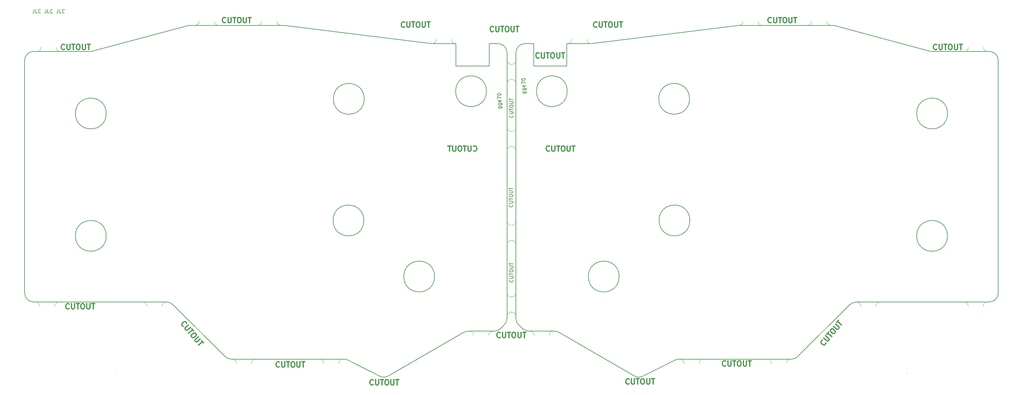
<source format=gbr>
G04 #@! TF.GenerationSoftware,KiCad,Pcbnew,(5.99.0-8557-g8988e46ab1)*
G04 #@! TF.CreationDate,2021-01-24T23:32:50-07:00*
G04 #@! TF.ProjectId,Panel,50616e65-6c2e-46b6-9963-61645f706362,rev?*
G04 #@! TF.SameCoordinates,PX85099e0PY51bada0*
G04 #@! TF.FileFunction,Other,Comment*
%FSLAX46Y46*%
G04 Gerber Fmt 4.6, Leading zero omitted, Abs format (unit mm)*
G04 Created by KiCad (PCBNEW (5.99.0-8557-g8988e46ab1)) date 2021-01-24 23:32:50*
%MOMM*%
%LPD*%
G01*
G04 APERTURE LIST*
%ADD10C,0.150000*%
%ADD11C,0.100000*%
%ADD12C,0.300000*%
%ADD13C,0.200000*%
%ADD14C,0.120000*%
G04 APERTURE END LIST*
D10*
X-101822728Y-41279566D02*
G75*
G03*
X-103585048Y-40552764I-1762320J-1773198D01*
G01*
X-2279695Y-48730005D02*
G75*
G02*
X-3975068Y-48067316I0J2500000D01*
G01*
X128896706Y-38052764D02*
G75*
G02*
X126396706Y-40552764I-2500000J0D01*
G01*
X-70644404Y36728564D02*
G75*
G03*
X-70949379Y36747236I-304975J-2481328D01*
G01*
D11*
X-117673819Y-60530213D02*
X-117524699Y-60540213D01*
D10*
X-928294Y31647236D02*
X-3417770Y31647236D01*
X126807703Y29413221D02*
X110396706Y29447236D01*
X-8417770Y29147236D02*
G75*
G03*
X-10917770Y31647236I-2500000J0D01*
G01*
X82596701Y36747236D02*
X56613839Y36747237D01*
X72851000Y-55825961D02*
X87487188Y-41279566D01*
X39603752Y-56552763D02*
X71088681Y-56552763D01*
X-12055844Y-48730005D02*
X-19221030Y-48730005D01*
X-29148778Y31647236D02*
X-22657246Y31647236D01*
X-70644404Y36728565D02*
X-29453753Y31665907D01*
X6135490Y-49064941D02*
X27201017Y-61227128D01*
X-143232246Y-38052764D02*
G75*
G03*
X-140732246Y-40552764I2500000J0D01*
G01*
X128896706Y-38052764D02*
X128896706Y26947236D01*
X110102532Y29476365D02*
G75*
G03*
X110396706Y29447236I294174J1470871D01*
G01*
X-928294Y25347236D02*
X-928294Y31647236D01*
X-22657246Y25347236D02*
X-13407246Y25347236D01*
X126807703Y29413221D02*
G75*
G02*
X128896706Y26947236I-410997J-2465985D01*
G01*
X-5113143Y-47017161D02*
X-3975068Y-48067315D01*
X72851000Y-55825961D02*
G75*
G02*
X71088681Y-56552763I-1762319J1773198D01*
G01*
X-143232246Y-38052764D02*
X-143232246Y26947236D01*
X-53939292Y-56552763D02*
X-85424221Y-56552763D01*
X-87186540Y-55825961D02*
X-101822728Y-41279566D01*
X-5917770Y-45179851D02*
X-5917770Y29147236D01*
X-141143243Y29413221D02*
X-124643243Y29413221D01*
X110102532Y29476365D02*
X83007699Y36713220D01*
X-43909221Y-61295812D02*
X-52816627Y-56819016D01*
X8321706Y25347236D02*
X-928294Y25347236D01*
X-5917770Y29147236D02*
G75*
G02*
X-3417770Y31647236I2500000J0D01*
G01*
X-96932242Y36747236D02*
G75*
G03*
X-97343239Y36713221I0J-2500000D01*
G01*
D11*
X103338279Y-60530213D02*
X103189159Y-60540213D01*
D10*
X29573681Y-61295812D02*
X38481087Y-56819016D01*
X-9222397Y-47017162D02*
G75*
G03*
X-8417770Y-45179851I-1695373J1837311D01*
G01*
X-2279696Y-48730005D02*
X4885490Y-48730005D01*
X-20471030Y-49064941D02*
X-41536557Y-61227128D01*
X56308864Y36728565D02*
X15118213Y31665907D01*
X-9222397Y-47017161D02*
X-10360472Y-48067315D01*
X-22657246Y31647236D02*
X-22657246Y25347236D01*
X-5113143Y-47017162D02*
G75*
G02*
X-5917770Y-45179851I1695373J1837311D01*
G01*
X-13407246Y31647236D02*
X-10917770Y31647236D01*
X-8417770Y-45179851D02*
X-8417770Y29147236D01*
X-13407246Y25347236D02*
X-13407246Y31647236D01*
X-19221030Y-48730005D02*
G75*
G03*
X-20471030Y-49064941I-1J-2500000D01*
G01*
X-124000123Y29591355D02*
G75*
G02*
X-124643243Y29413221I-643120J1071867D01*
G01*
X-43909221Y-61295812D02*
G75*
G03*
X-41536557Y-61227128I1122664J2233747D01*
G01*
X-141143243Y29413221D02*
G75*
G03*
X-143232246Y26947236I410997J-2465985D01*
G01*
X8321706Y31647236D02*
X8321706Y25347236D01*
X82596702Y36747236D02*
G75*
G02*
X83007699Y36713221I0J-2500000D01*
G01*
X14813238Y31647236D02*
X8321706Y31647236D01*
X38481087Y-56819017D02*
G75*
G02*
X39603752Y-56552763I1122665J-2233747D01*
G01*
X-87186540Y-55825961D02*
G75*
G03*
X-85424221Y-56552763I1762319J1773198D01*
G01*
X-52816627Y-56819017D02*
G75*
G03*
X-53939292Y-56552763I-1122665J-2233747D01*
G01*
X4885490Y-48730005D02*
G75*
G02*
X6135490Y-49064941I1J-2500000D01*
G01*
X-96932241Y36747236D02*
X-70949379Y36747237D01*
X-12055845Y-48730005D02*
G75*
G03*
X-10360472Y-48067316I0J2500000D01*
G01*
X-124000123Y29591355D02*
X-97343239Y36713221D01*
X87487188Y-41279566D02*
G75*
G02*
X89249508Y-40552764I1762320J-1773198D01*
G01*
X-103585048Y-40552764D02*
X-140732246Y-40552764D01*
X89249508Y-40552764D02*
X126396706Y-40552764D01*
X56308864Y36728564D02*
G75*
G02*
X56613839Y36747236I304975J-2481328D01*
G01*
X29573681Y-61295812D02*
G75*
G02*
X27201017Y-61227128I-1122664J2233747D01*
G01*
D12*
X80702685Y-52023857D02*
X80711489Y-52124488D01*
X80628466Y-52334554D01*
X80536639Y-52443989D01*
X80344182Y-52562228D01*
X80142920Y-52579836D01*
X79987572Y-52542726D01*
X79722788Y-52413790D01*
X79558636Y-52276050D01*
X79385680Y-52037679D01*
X79322158Y-51891135D01*
X79304550Y-51689873D01*
X79387573Y-51479807D01*
X79479400Y-51370372D01*
X79671857Y-51252133D01*
X79772488Y-51243329D01*
X80076274Y-50659045D02*
X81006471Y-51439573D01*
X81161819Y-51476682D01*
X81262450Y-51467878D01*
X81408994Y-51404357D01*
X81592648Y-51185487D01*
X81629757Y-51030139D01*
X81620953Y-50929508D01*
X81557431Y-50782964D01*
X80627235Y-50002436D01*
X80948628Y-49619414D02*
X81499589Y-48962804D01*
X82373175Y-50255290D02*
X81224109Y-49291109D01*
X82004637Y-48360912D02*
X82188290Y-48142042D01*
X82334834Y-48078521D01*
X82536096Y-48060913D01*
X82800879Y-48189849D01*
X83183902Y-48511242D01*
X83356858Y-48749614D01*
X83374466Y-48950875D01*
X83337357Y-49106224D01*
X83153703Y-49325093D01*
X83007159Y-49388615D01*
X82805897Y-49406223D01*
X82541114Y-49277287D01*
X82158092Y-48955893D01*
X81985135Y-48717522D01*
X81967527Y-48516260D01*
X82004637Y-48360912D01*
X82831078Y-47375998D02*
X83761275Y-48156526D01*
X83916623Y-48193635D01*
X84017254Y-48184831D01*
X84163798Y-48121309D01*
X84347452Y-47902439D01*
X84384561Y-47747091D01*
X84375757Y-47646460D01*
X84312235Y-47499916D01*
X83382039Y-46719388D01*
X83703432Y-46336366D02*
X84254393Y-45679756D01*
X85127980Y-46972243D02*
X83978913Y-46008061D01*
X16707909Y36360271D02*
X16636481Y36288843D01*
X16422195Y36217414D01*
X16279338Y36217414D01*
X16065052Y36288843D01*
X15922195Y36431700D01*
X15850766Y36574557D01*
X15779338Y36860271D01*
X15779338Y37074557D01*
X15850766Y37360271D01*
X15922195Y37503128D01*
X16065052Y37645985D01*
X16279338Y37717414D01*
X16422195Y37717414D01*
X16636481Y37645985D01*
X16707909Y37574557D01*
X17350766Y37717414D02*
X17350766Y36503128D01*
X17422195Y36360271D01*
X17493624Y36288843D01*
X17636481Y36217414D01*
X17922195Y36217414D01*
X18065052Y36288843D01*
X18136481Y36360271D01*
X18207909Y36503128D01*
X18207909Y37717414D01*
X18707909Y37717414D02*
X19565052Y37717414D01*
X19136481Y36217414D02*
X19136481Y37717414D01*
X20350766Y37717414D02*
X20636481Y37717414D01*
X20779338Y37645985D01*
X20922195Y37503128D01*
X20993624Y37217414D01*
X20993624Y36717414D01*
X20922195Y36431700D01*
X20779338Y36288843D01*
X20636481Y36217414D01*
X20350766Y36217414D01*
X20207909Y36288843D01*
X20065052Y36431700D01*
X19993624Y36717414D01*
X19993624Y37217414D01*
X20065052Y37503128D01*
X20207909Y37645985D01*
X20350766Y37717414D01*
X21636481Y37717414D02*
X21636481Y36503128D01*
X21707909Y36360271D01*
X21779338Y36288843D01*
X21922195Y36217414D01*
X22207909Y36217414D01*
X22350766Y36288843D01*
X22422195Y36360271D01*
X22493624Y36503128D01*
X22493624Y37717414D01*
X22993624Y37717414D02*
X23850766Y37717414D01*
X23422195Y36217414D02*
X23422195Y37717414D01*
X-17796532Y1711522D02*
X-17725104Y1640094D01*
X-17510818Y1568665D01*
X-17367961Y1568665D01*
X-17153675Y1640094D01*
X-17010818Y1782951D01*
X-16939389Y1925808D01*
X-16867961Y2211522D01*
X-16867961Y2425808D01*
X-16939389Y2711522D01*
X-17010818Y2854379D01*
X-17153675Y2997236D01*
X-17367961Y3068665D01*
X-17510818Y3068665D01*
X-17725104Y2997236D01*
X-17796532Y2925808D01*
X-18439389Y3068665D02*
X-18439389Y1854379D01*
X-18510818Y1711522D01*
X-18582246Y1640094D01*
X-18725104Y1568665D01*
X-19010818Y1568665D01*
X-19153675Y1640094D01*
X-19225104Y1711522D01*
X-19296532Y1854379D01*
X-19296532Y3068665D01*
X-19796532Y3068665D02*
X-20653675Y3068665D01*
X-20225104Y1568665D02*
X-20225104Y3068665D01*
X-21439389Y3068665D02*
X-21725104Y3068665D01*
X-21867961Y2997236D01*
X-22010818Y2854379D01*
X-22082246Y2568665D01*
X-22082246Y2068665D01*
X-22010818Y1782951D01*
X-21867961Y1640094D01*
X-21725104Y1568665D01*
X-21439389Y1568665D01*
X-21296532Y1640094D01*
X-21153675Y1782951D01*
X-21082246Y2068665D01*
X-21082246Y2568665D01*
X-21153675Y2854379D01*
X-21296532Y2997236D01*
X-21439389Y3068665D01*
X-22725104Y3068665D02*
X-22725104Y1854379D01*
X-22796532Y1711522D01*
X-22867961Y1640094D01*
X-23010818Y1568665D01*
X-23296532Y1568665D01*
X-23439389Y1640094D01*
X-23510818Y1711522D01*
X-23582246Y1854379D01*
X-23582246Y3068665D01*
X-24082246Y3068665D02*
X-24939389Y3068665D01*
X-24510818Y1568665D02*
X-24510818Y3068665D01*
X52707909Y-58389729D02*
X52636481Y-58461157D01*
X52422195Y-58532586D01*
X52279338Y-58532586D01*
X52065052Y-58461157D01*
X51922195Y-58318300D01*
X51850766Y-58175443D01*
X51779338Y-57889729D01*
X51779338Y-57675443D01*
X51850766Y-57389729D01*
X51922195Y-57246872D01*
X52065052Y-57104015D01*
X52279338Y-57032586D01*
X52422195Y-57032586D01*
X52636481Y-57104015D01*
X52707909Y-57175443D01*
X53350766Y-57032586D02*
X53350766Y-58246872D01*
X53422195Y-58389729D01*
X53493624Y-58461157D01*
X53636481Y-58532586D01*
X53922195Y-58532586D01*
X54065052Y-58461157D01*
X54136481Y-58389729D01*
X54207909Y-58246872D01*
X54207909Y-57032586D01*
X54707909Y-57032586D02*
X55565052Y-57032586D01*
X55136481Y-58532586D02*
X55136481Y-57032586D01*
X56350766Y-57032586D02*
X56636481Y-57032586D01*
X56779338Y-57104015D01*
X56922195Y-57246872D01*
X56993624Y-57532586D01*
X56993624Y-58032586D01*
X56922195Y-58318300D01*
X56779338Y-58461157D01*
X56636481Y-58532586D01*
X56350766Y-58532586D01*
X56207909Y-58461157D01*
X56065052Y-58318300D01*
X55993624Y-58032586D01*
X55993624Y-57532586D01*
X56065052Y-57246872D01*
X56207909Y-57104015D01*
X56350766Y-57032586D01*
X57636481Y-57032586D02*
X57636481Y-58246872D01*
X57707909Y-58389729D01*
X57779338Y-58461157D01*
X57922195Y-58532586D01*
X58207909Y-58532586D01*
X58350766Y-58461157D01*
X58422195Y-58389729D01*
X58493624Y-58246872D01*
X58493624Y-57032586D01*
X58993624Y-57032586D02*
X59850766Y-57032586D01*
X59422195Y-58532586D02*
X59422195Y-57032586D01*
X-10292091Y-50389729D02*
X-10363519Y-50461157D01*
X-10577805Y-50532586D01*
X-10720662Y-50532586D01*
X-10934948Y-50461157D01*
X-11077805Y-50318300D01*
X-11149234Y-50175443D01*
X-11220662Y-49889729D01*
X-11220662Y-49675443D01*
X-11149234Y-49389729D01*
X-11077805Y-49246872D01*
X-10934948Y-49104015D01*
X-10720662Y-49032586D01*
X-10577805Y-49032586D01*
X-10363519Y-49104015D01*
X-10292091Y-49175443D01*
X-9649234Y-49032586D02*
X-9649234Y-50246872D01*
X-9577805Y-50389729D01*
X-9506376Y-50461157D01*
X-9363519Y-50532586D01*
X-9077805Y-50532586D01*
X-8934948Y-50461157D01*
X-8863519Y-50389729D01*
X-8792091Y-50246872D01*
X-8792091Y-49032586D01*
X-8292091Y-49032586D02*
X-7434948Y-49032586D01*
X-7863519Y-50532586D02*
X-7863519Y-49032586D01*
X-6649234Y-49032586D02*
X-6363519Y-49032586D01*
X-6220662Y-49104015D01*
X-6077805Y-49246872D01*
X-6006376Y-49532586D01*
X-6006376Y-50032586D01*
X-6077805Y-50318300D01*
X-6220662Y-50461157D01*
X-6363519Y-50532586D01*
X-6649234Y-50532586D01*
X-6792091Y-50461157D01*
X-6934948Y-50318300D01*
X-7006376Y-50032586D01*
X-7006376Y-49532586D01*
X-6934948Y-49246872D01*
X-6792091Y-49104015D01*
X-6649234Y-49032586D01*
X-5363519Y-49032586D02*
X-5363519Y-50246872D01*
X-5292091Y-50389729D01*
X-5220662Y-50461157D01*
X-5077805Y-50532586D01*
X-4792091Y-50532586D01*
X-4649234Y-50461157D01*
X-4577805Y-50389729D01*
X-4506376Y-50246872D01*
X-4506376Y-49032586D01*
X-4006376Y-49032586D02*
X-3149234Y-49032586D01*
X-3577805Y-50532586D02*
X-3577805Y-49032586D01*
X560991Y27761522D02*
X489563Y27690094D01*
X275277Y27618665D01*
X132420Y27618665D01*
X-81866Y27690094D01*
X-224723Y27832951D01*
X-296152Y27975808D01*
X-367580Y28261522D01*
X-367580Y28475808D01*
X-296152Y28761522D01*
X-224723Y28904379D01*
X-81866Y29047236D01*
X132420Y29118665D01*
X275277Y29118665D01*
X489563Y29047236D01*
X560991Y28975808D01*
X1203848Y29118665D02*
X1203848Y27904379D01*
X1275277Y27761522D01*
X1346706Y27690094D01*
X1489563Y27618665D01*
X1775277Y27618665D01*
X1918134Y27690094D01*
X1989563Y27761522D01*
X2060991Y27904379D01*
X2060991Y29118665D01*
X2560991Y29118665D02*
X3418134Y29118665D01*
X2989563Y27618665D02*
X2989563Y29118665D01*
X4203848Y29118665D02*
X4489563Y29118665D01*
X4632420Y29047236D01*
X4775277Y28904379D01*
X4846706Y28618665D01*
X4846706Y28118665D01*
X4775277Y27832951D01*
X4632420Y27690094D01*
X4489563Y27618665D01*
X4203848Y27618665D01*
X4060991Y27690094D01*
X3918134Y27832951D01*
X3846706Y28118665D01*
X3846706Y28618665D01*
X3918134Y28904379D01*
X4060991Y29047236D01*
X4203848Y29118665D01*
X5489563Y29118665D02*
X5489563Y27904379D01*
X5560991Y27761522D01*
X5632420Y27690094D01*
X5775277Y27618665D01*
X6060991Y27618665D01*
X6203848Y27690094D01*
X6275277Y27761522D01*
X6346706Y27904379D01*
X6346706Y29118665D01*
X6846706Y29118665D02*
X7703848Y29118665D01*
X7275277Y27618665D02*
X7275277Y29118665D01*
D13*
X-6899234Y-13377824D02*
X-6851615Y-13425443D01*
X-6803996Y-13568300D01*
X-6803996Y-13663538D01*
X-6851615Y-13806395D01*
X-6946853Y-13901634D01*
X-7042091Y-13949253D01*
X-7232567Y-13996872D01*
X-7375424Y-13996872D01*
X-7565900Y-13949253D01*
X-7661138Y-13901634D01*
X-7756376Y-13806395D01*
X-7803996Y-13663538D01*
X-7803996Y-13568300D01*
X-7756376Y-13425443D01*
X-7708757Y-13377824D01*
X-7803996Y-12949253D02*
X-6994472Y-12949253D01*
X-6899234Y-12901634D01*
X-6851615Y-12854015D01*
X-6803996Y-12758776D01*
X-6803996Y-12568300D01*
X-6851615Y-12473062D01*
X-6899234Y-12425443D01*
X-6994472Y-12377824D01*
X-7803996Y-12377824D01*
X-7803996Y-12044491D02*
X-7803996Y-11473062D01*
X-6803996Y-11758776D02*
X-7803996Y-11758776D01*
X-7803996Y-10949253D02*
X-7803996Y-10758776D01*
X-7756376Y-10663538D01*
X-7661138Y-10568300D01*
X-7470662Y-10520681D01*
X-7137329Y-10520681D01*
X-6946853Y-10568300D01*
X-6851615Y-10663538D01*
X-6803996Y-10758776D01*
X-6803996Y-10949253D01*
X-6851615Y-11044491D01*
X-6946853Y-11139729D01*
X-7137329Y-11187348D01*
X-7470662Y-11187348D01*
X-7661138Y-11139729D01*
X-7756376Y-11044491D01*
X-7803996Y-10949253D01*
X-7803996Y-10092110D02*
X-6994472Y-10092110D01*
X-6899234Y-10044491D01*
X-6851615Y-9996872D01*
X-6803996Y-9901634D01*
X-6803996Y-9711157D01*
X-6851615Y-9615919D01*
X-6899234Y-9568300D01*
X-6994472Y-9520681D01*
X-7803996Y-9520681D01*
X-7803996Y-9187348D02*
X-7803996Y-8615919D01*
X-6803996Y-8901634D02*
X-7803996Y-8901634D01*
D12*
X25707909Y-63389729D02*
X25636481Y-63461157D01*
X25422195Y-63532586D01*
X25279338Y-63532586D01*
X25065052Y-63461157D01*
X24922195Y-63318300D01*
X24850766Y-63175443D01*
X24779338Y-62889729D01*
X24779338Y-62675443D01*
X24850766Y-62389729D01*
X24922195Y-62246872D01*
X25065052Y-62104015D01*
X25279338Y-62032586D01*
X25422195Y-62032586D01*
X25636481Y-62104015D01*
X25707909Y-62175443D01*
X26350766Y-62032586D02*
X26350766Y-63246872D01*
X26422195Y-63389729D01*
X26493624Y-63461157D01*
X26636481Y-63532586D01*
X26922195Y-63532586D01*
X27065052Y-63461157D01*
X27136481Y-63389729D01*
X27207909Y-63246872D01*
X27207909Y-62032586D01*
X27707909Y-62032586D02*
X28565052Y-62032586D01*
X28136481Y-63532586D02*
X28136481Y-62032586D01*
X29350766Y-62032586D02*
X29636481Y-62032586D01*
X29779338Y-62104015D01*
X29922195Y-62246872D01*
X29993624Y-62532586D01*
X29993624Y-63032586D01*
X29922195Y-63318300D01*
X29779338Y-63461157D01*
X29636481Y-63532586D01*
X29350766Y-63532586D01*
X29207909Y-63461157D01*
X29065052Y-63318300D01*
X28993624Y-63032586D01*
X28993624Y-62532586D01*
X29065052Y-62246872D01*
X29207909Y-62104015D01*
X29350766Y-62032586D01*
X30636481Y-62032586D02*
X30636481Y-63246872D01*
X30707909Y-63389729D01*
X30779338Y-63461157D01*
X30922195Y-63532586D01*
X31207909Y-63532586D01*
X31350766Y-63461157D01*
X31422195Y-63389729D01*
X31493624Y-63246872D01*
X31493624Y-62032586D01*
X31993624Y-62032586D02*
X32850766Y-62032586D01*
X32422195Y-63532586D02*
X32422195Y-62032586D01*
X-132042091Y30110271D02*
X-132113519Y30038843D01*
X-132327805Y29967414D01*
X-132470662Y29967414D01*
X-132684948Y30038843D01*
X-132827805Y30181700D01*
X-132899234Y30324557D01*
X-132970662Y30610271D01*
X-132970662Y30824557D01*
X-132899234Y31110271D01*
X-132827805Y31253128D01*
X-132684948Y31395985D01*
X-132470662Y31467414D01*
X-132327805Y31467414D01*
X-132113519Y31395985D01*
X-132042091Y31324557D01*
X-131399234Y31467414D02*
X-131399234Y30253128D01*
X-131327805Y30110271D01*
X-131256376Y30038843D01*
X-131113519Y29967414D01*
X-130827805Y29967414D01*
X-130684948Y30038843D01*
X-130613519Y30110271D01*
X-130542091Y30253128D01*
X-130542091Y31467414D01*
X-130042091Y31467414D02*
X-129184948Y31467414D01*
X-129613519Y29967414D02*
X-129613519Y31467414D01*
X-128399234Y31467414D02*
X-128113519Y31467414D01*
X-127970662Y31395985D01*
X-127827805Y31253128D01*
X-127756376Y30967414D01*
X-127756376Y30467414D01*
X-127827805Y30181700D01*
X-127970662Y30038843D01*
X-128113519Y29967414D01*
X-128399234Y29967414D01*
X-128542091Y30038843D01*
X-128684948Y30181700D01*
X-128756376Y30467414D01*
X-128756376Y30967414D01*
X-128684948Y31253128D01*
X-128542091Y31395985D01*
X-128399234Y31467414D01*
X-127113519Y31467414D02*
X-127113519Y30253128D01*
X-127042091Y30110271D01*
X-126970662Y30038843D01*
X-126827805Y29967414D01*
X-126542091Y29967414D01*
X-126399234Y30038843D01*
X-126327805Y30110271D01*
X-126256377Y30253128D01*
X-126256377Y31467414D01*
X-125756377Y31467414D02*
X-124899234Y31467414D01*
X-125327805Y29967414D02*
X-125327805Y31467414D01*
D13*
X-6793392Y11622176D02*
X-6745773Y11574557D01*
X-6698154Y11431700D01*
X-6698154Y11336462D01*
X-6745773Y11193605D01*
X-6841011Y11098366D01*
X-6936249Y11050747D01*
X-7126725Y11003128D01*
X-7269582Y11003128D01*
X-7460058Y11050747D01*
X-7555296Y11098366D01*
X-7650534Y11193605D01*
X-7698154Y11336462D01*
X-7698154Y11431700D01*
X-7650534Y11574557D01*
X-7602915Y11622176D01*
X-7698154Y12050747D02*
X-6888630Y12050747D01*
X-6793392Y12098366D01*
X-6745773Y12145985D01*
X-6698154Y12241224D01*
X-6698154Y12431700D01*
X-6745773Y12526938D01*
X-6793392Y12574557D01*
X-6888630Y12622176D01*
X-7698154Y12622176D01*
X-7698154Y12955509D02*
X-7698154Y13526938D01*
X-6698154Y13241224D02*
X-7698154Y13241224D01*
X-7698154Y14050747D02*
X-7698154Y14241224D01*
X-7650534Y14336462D01*
X-7555296Y14431700D01*
X-7364820Y14479319D01*
X-7031487Y14479319D01*
X-6841011Y14431700D01*
X-6745773Y14336462D01*
X-6698154Y14241224D01*
X-6698154Y14050747D01*
X-6745773Y13955509D01*
X-6841011Y13860271D01*
X-7031487Y13812652D01*
X-7364820Y13812652D01*
X-7555296Y13860271D01*
X-7650534Y13955509D01*
X-7698154Y14050747D01*
X-7698154Y14907890D02*
X-6888630Y14907890D01*
X-6793392Y14955509D01*
X-6745773Y15003128D01*
X-6698154Y15098366D01*
X-6698154Y15288843D01*
X-6745773Y15384081D01*
X-6793392Y15431700D01*
X-6888630Y15479319D01*
X-7698154Y15479319D01*
X-7698154Y15812652D02*
X-7698154Y16384081D01*
X-6698154Y16098366D02*
X-7698154Y16098366D01*
X-6793392Y-34377824D02*
X-6745773Y-34425443D01*
X-6698154Y-34568300D01*
X-6698154Y-34663538D01*
X-6745773Y-34806395D01*
X-6841011Y-34901634D01*
X-6936249Y-34949253D01*
X-7126725Y-34996872D01*
X-7269582Y-34996872D01*
X-7460058Y-34949253D01*
X-7555296Y-34901634D01*
X-7650534Y-34806395D01*
X-7698154Y-34663538D01*
X-7698154Y-34568300D01*
X-7650534Y-34425443D01*
X-7602915Y-34377824D01*
X-7698154Y-33949253D02*
X-6888630Y-33949253D01*
X-6793392Y-33901634D01*
X-6745773Y-33854015D01*
X-6698154Y-33758776D01*
X-6698154Y-33568300D01*
X-6745773Y-33473062D01*
X-6793392Y-33425443D01*
X-6888630Y-33377824D01*
X-7698154Y-33377824D01*
X-7698154Y-33044491D02*
X-7698154Y-32473062D01*
X-6698154Y-32758776D02*
X-7698154Y-32758776D01*
X-7698154Y-31949253D02*
X-7698154Y-31758776D01*
X-7650534Y-31663538D01*
X-7555296Y-31568300D01*
X-7364820Y-31520681D01*
X-7031487Y-31520681D01*
X-6841011Y-31568300D01*
X-6745773Y-31663538D01*
X-6698154Y-31758776D01*
X-6698154Y-31949253D01*
X-6745773Y-32044491D01*
X-6841011Y-32139729D01*
X-7031487Y-32187348D01*
X-7364820Y-32187348D01*
X-7555296Y-32139729D01*
X-7650534Y-32044491D01*
X-7698154Y-31949253D01*
X-7698154Y-31092110D02*
X-6888630Y-31092110D01*
X-6793392Y-31044491D01*
X-6745773Y-30996872D01*
X-6698154Y-30901634D01*
X-6698154Y-30711157D01*
X-6745773Y-30615919D01*
X-6793392Y-30568300D01*
X-6888630Y-30520681D01*
X-7698154Y-30520681D01*
X-7698154Y-30187348D02*
X-7698154Y-29615919D01*
X-6698154Y-29901634D02*
X-7698154Y-29901634D01*
D12*
X-98868077Y-47372873D02*
X-98968708Y-47364069D01*
X-99161166Y-47245830D01*
X-99252992Y-47136395D01*
X-99336015Y-46926329D01*
X-99318407Y-46725067D01*
X-99254885Y-46578523D01*
X-99081929Y-46340152D01*
X-98917777Y-46202412D01*
X-98652993Y-46073476D01*
X-98497645Y-46036366D01*
X-98296383Y-46053975D01*
X-98103926Y-46172214D01*
X-98012099Y-46281648D01*
X-97929076Y-46491714D01*
X-97937880Y-46592345D01*
X-97415225Y-46992975D02*
X-98345421Y-47773503D01*
X-98408943Y-47920048D01*
X-98417747Y-48020678D01*
X-98380638Y-48176027D01*
X-98196984Y-48394897D01*
X-98050440Y-48458418D01*
X-97949809Y-48467222D01*
X-97794461Y-48430113D01*
X-96864264Y-47649585D01*
X-96542870Y-48032607D02*
X-95991909Y-48689217D01*
X-97416456Y-49325093D02*
X-96267390Y-48360912D01*
X-95486862Y-49291109D02*
X-95303208Y-49509979D01*
X-95266099Y-49665327D01*
X-95283707Y-49866589D01*
X-95456663Y-50104960D01*
X-95839686Y-50426354D01*
X-96104469Y-50555290D01*
X-96305731Y-50537682D01*
X-96452275Y-50474160D01*
X-96635928Y-50255290D01*
X-96673038Y-50099942D01*
X-96655430Y-49898680D01*
X-96482473Y-49660309D01*
X-96099451Y-49338915D01*
X-95834668Y-49209979D01*
X-95633406Y-49227587D01*
X-95486862Y-49291109D01*
X-94660421Y-50276023D02*
X-95590617Y-51056551D01*
X-95654139Y-51203095D01*
X-95662943Y-51303726D01*
X-95625834Y-51459074D01*
X-95442180Y-51677944D01*
X-95295636Y-51741466D01*
X-95195005Y-51750270D01*
X-95039657Y-51713160D01*
X-94109460Y-50932633D01*
X-93788066Y-51315655D02*
X-93237105Y-51972264D01*
X-94661652Y-52608141D02*
X-93512586Y-51643960D01*
X111707909Y30110271D02*
X111636481Y30038843D01*
X111422195Y29967414D01*
X111279338Y29967414D01*
X111065052Y30038843D01*
X110922195Y30181700D01*
X110850766Y30324557D01*
X110779338Y30610271D01*
X110779338Y30824557D01*
X110850766Y31110271D01*
X110922195Y31253128D01*
X111065052Y31395985D01*
X111279338Y31467414D01*
X111422195Y31467414D01*
X111636481Y31395985D01*
X111707909Y31324557D01*
X112350766Y31467414D02*
X112350766Y30253128D01*
X112422195Y30110271D01*
X112493624Y30038843D01*
X112636481Y29967414D01*
X112922195Y29967414D01*
X113065052Y30038843D01*
X113136481Y30110271D01*
X113207909Y30253128D01*
X113207909Y31467414D01*
X113707909Y31467414D02*
X114565052Y31467414D01*
X114136481Y29967414D02*
X114136481Y31467414D01*
X115350766Y31467414D02*
X115636481Y31467414D01*
X115779338Y31395985D01*
X115922195Y31253128D01*
X115993624Y30967414D01*
X115993624Y30467414D01*
X115922195Y30181700D01*
X115779338Y30038843D01*
X115636481Y29967414D01*
X115350766Y29967414D01*
X115207909Y30038843D01*
X115065052Y30181700D01*
X114993624Y30467414D01*
X114993624Y30967414D01*
X115065052Y31253128D01*
X115207909Y31395985D01*
X115350766Y31467414D01*
X116636481Y31467414D02*
X116636481Y30253128D01*
X116707909Y30110271D01*
X116779338Y30038843D01*
X116922195Y29967414D01*
X117207909Y29967414D01*
X117350766Y30038843D01*
X117422195Y30110271D01*
X117493624Y30253128D01*
X117493624Y31467414D01*
X117993624Y31467414D02*
X118850766Y31467414D01*
X118422195Y29967414D02*
X118422195Y31467414D01*
X-37042091Y36360271D02*
X-37113519Y36288843D01*
X-37327805Y36217414D01*
X-37470662Y36217414D01*
X-37684948Y36288843D01*
X-37827805Y36431700D01*
X-37899234Y36574557D01*
X-37970662Y36860271D01*
X-37970662Y37074557D01*
X-37899234Y37360271D01*
X-37827805Y37503128D01*
X-37684948Y37645985D01*
X-37470662Y37717414D01*
X-37327805Y37717414D01*
X-37113519Y37645985D01*
X-37042091Y37574557D01*
X-36399234Y37717414D02*
X-36399234Y36503128D01*
X-36327805Y36360271D01*
X-36256376Y36288843D01*
X-36113519Y36217414D01*
X-35827805Y36217414D01*
X-35684948Y36288843D01*
X-35613519Y36360271D01*
X-35542091Y36503128D01*
X-35542091Y37717414D01*
X-35042091Y37717414D02*
X-34184948Y37717414D01*
X-34613519Y36217414D02*
X-34613519Y37717414D01*
X-33399234Y37717414D02*
X-33113519Y37717414D01*
X-32970662Y37645985D01*
X-32827805Y37503128D01*
X-32756376Y37217414D01*
X-32756376Y36717414D01*
X-32827805Y36431700D01*
X-32970662Y36288843D01*
X-33113519Y36217414D01*
X-33399234Y36217414D01*
X-33542091Y36288843D01*
X-33684948Y36431700D01*
X-33756376Y36717414D01*
X-33756376Y37217414D01*
X-33684948Y37503128D01*
X-33542091Y37645985D01*
X-33399234Y37717414D01*
X-32113519Y37717414D02*
X-32113519Y36503128D01*
X-32042091Y36360271D01*
X-31970662Y36288843D01*
X-31827805Y36217414D01*
X-31542091Y36217414D01*
X-31399234Y36288843D01*
X-31327805Y36360271D01*
X-31256376Y36503128D01*
X-31256376Y37717414D01*
X-30756376Y37717414D02*
X-29899234Y37717414D01*
X-30327805Y36217414D02*
X-30327805Y37717414D01*
X-45792091Y-63639729D02*
X-45863519Y-63711157D01*
X-46077805Y-63782586D01*
X-46220662Y-63782586D01*
X-46434948Y-63711157D01*
X-46577805Y-63568300D01*
X-46649234Y-63425443D01*
X-46720662Y-63139729D01*
X-46720662Y-62925443D01*
X-46649234Y-62639729D01*
X-46577805Y-62496872D01*
X-46434948Y-62354015D01*
X-46220662Y-62282586D01*
X-46077805Y-62282586D01*
X-45863519Y-62354015D01*
X-45792091Y-62425443D01*
X-45149234Y-62282586D02*
X-45149234Y-63496872D01*
X-45077805Y-63639729D01*
X-45006376Y-63711157D01*
X-44863519Y-63782586D01*
X-44577805Y-63782586D01*
X-44434948Y-63711157D01*
X-44363519Y-63639729D01*
X-44292091Y-63496872D01*
X-44292091Y-62282586D01*
X-43792091Y-62282586D02*
X-42934948Y-62282586D01*
X-43363519Y-63782586D02*
X-43363519Y-62282586D01*
X-42149234Y-62282586D02*
X-41863519Y-62282586D01*
X-41720662Y-62354015D01*
X-41577805Y-62496872D01*
X-41506376Y-62782586D01*
X-41506376Y-63282586D01*
X-41577805Y-63568300D01*
X-41720662Y-63711157D01*
X-41863519Y-63782586D01*
X-42149234Y-63782586D01*
X-42292091Y-63711157D01*
X-42434948Y-63568300D01*
X-42506376Y-63282586D01*
X-42506376Y-62782586D01*
X-42434948Y-62496872D01*
X-42292091Y-62354015D01*
X-42149234Y-62282586D01*
X-40863519Y-62282586D02*
X-40863519Y-63496872D01*
X-40792091Y-63639729D01*
X-40720662Y-63711157D01*
X-40577805Y-63782586D01*
X-40292091Y-63782586D01*
X-40149234Y-63711157D01*
X-40077805Y-63639729D01*
X-40006376Y-63496872D01*
X-40006376Y-62282586D01*
X-39506376Y-62282586D02*
X-38649234Y-62282586D01*
X-39077805Y-63782586D02*
X-39077805Y-62282586D01*
D10*
X-140601614Y41193605D02*
X-140601614Y40479319D01*
X-140649233Y40336462D01*
X-140744471Y40241224D01*
X-140887328Y40193605D01*
X-140982566Y40193605D01*
X-139649233Y40193605D02*
X-140125423Y40193605D01*
X-140125423Y41193605D01*
X-138744472Y40288843D02*
X-138792091Y40241224D01*
X-138934948Y40193605D01*
X-139030186Y40193605D01*
X-139173043Y40241224D01*
X-139268281Y40336462D01*
X-139315900Y40431700D01*
X-139363519Y40622176D01*
X-139363519Y40765033D01*
X-139315900Y40955509D01*
X-139268281Y41050747D01*
X-139173043Y41145985D01*
X-139030186Y41193605D01*
X-138934948Y41193605D01*
X-138792091Y41145985D01*
X-138744472Y41098366D01*
X-137268281Y41193605D02*
X-137268281Y40479319D01*
X-137315900Y40336462D01*
X-137411138Y40241224D01*
X-137553996Y40193605D01*
X-137649234Y40193605D01*
X-136315900Y40193605D02*
X-136792091Y40193605D01*
X-136792091Y41193605D01*
X-135411138Y40288843D02*
X-135458757Y40241224D01*
X-135601615Y40193605D01*
X-135696853Y40193605D01*
X-135839710Y40241224D01*
X-135934948Y40336462D01*
X-135982567Y40431700D01*
X-136030186Y40622176D01*
X-136030186Y40765033D01*
X-135982567Y40955509D01*
X-135934948Y41050747D01*
X-135839710Y41145985D01*
X-135696853Y41193605D01*
X-135601615Y41193605D01*
X-135458757Y41145985D01*
X-135411138Y41098366D01*
X-133934948Y41193605D02*
X-133934948Y40479319D01*
X-133982567Y40336462D01*
X-134077805Y40241224D01*
X-134220662Y40193605D01*
X-134315900Y40193605D01*
X-132982567Y40193605D02*
X-133458757Y40193605D01*
X-133458757Y41193605D01*
X-132077805Y40288843D02*
X-132125424Y40241224D01*
X-132268281Y40193605D01*
X-132363519Y40193605D01*
X-132506376Y40241224D01*
X-132601615Y40336462D01*
X-132649234Y40431700D01*
X-132696853Y40622176D01*
X-132696853Y40765033D01*
X-132649234Y40955509D01*
X-132601615Y41050747D01*
X-132506376Y41145985D01*
X-132363519Y41193605D01*
X-132268281Y41193605D01*
X-132125424Y41145985D01*
X-132077805Y41098366D01*
D12*
X-12185718Y35110271D02*
X-12257146Y35038843D01*
X-12471432Y34967414D01*
X-12614289Y34967414D01*
X-12828575Y35038843D01*
X-12971432Y35181700D01*
X-13042861Y35324557D01*
X-13114289Y35610271D01*
X-13114289Y35824557D01*
X-13042861Y36110271D01*
X-12971432Y36253128D01*
X-12828575Y36395985D01*
X-12614289Y36467414D01*
X-12471432Y36467414D01*
X-12257146Y36395985D01*
X-12185718Y36324557D01*
X-11542861Y36467414D02*
X-11542861Y35253128D01*
X-11471432Y35110271D01*
X-11400003Y35038843D01*
X-11257146Y34967414D01*
X-10971432Y34967414D01*
X-10828575Y35038843D01*
X-10757146Y35110271D01*
X-10685718Y35253128D01*
X-10685718Y36467414D01*
X-10185718Y36467414D02*
X-9328575Y36467414D01*
X-9757146Y34967414D02*
X-9757146Y36467414D01*
X-8542861Y36467414D02*
X-8257146Y36467414D01*
X-8114289Y36395985D01*
X-7971432Y36253128D01*
X-7900003Y35967414D01*
X-7900003Y35467414D01*
X-7971432Y35181700D01*
X-8114289Y35038843D01*
X-8257146Y34967414D01*
X-8542861Y34967414D01*
X-8685718Y35038843D01*
X-8828575Y35181700D01*
X-8900003Y35467414D01*
X-8900003Y35967414D01*
X-8828575Y36253128D01*
X-8685718Y36395985D01*
X-8542861Y36467414D01*
X-7257146Y36467414D02*
X-7257146Y35253128D01*
X-7185718Y35110271D01*
X-7114289Y35038843D01*
X-6971432Y34967414D01*
X-6685718Y34967414D01*
X-6542861Y35038843D01*
X-6471432Y35110271D01*
X-6400003Y35253128D01*
X-6400003Y36467414D01*
X-5900003Y36467414D02*
X-5042861Y36467414D01*
X-5471432Y34967414D02*
X-5471432Y36467414D01*
X65457909Y37610271D02*
X65386481Y37538843D01*
X65172195Y37467414D01*
X65029338Y37467414D01*
X64815052Y37538843D01*
X64672195Y37681700D01*
X64600766Y37824557D01*
X64529338Y38110271D01*
X64529338Y38324557D01*
X64600766Y38610271D01*
X64672195Y38753128D01*
X64815052Y38895985D01*
X65029338Y38967414D01*
X65172195Y38967414D01*
X65386481Y38895985D01*
X65457909Y38824557D01*
X66100766Y38967414D02*
X66100766Y37753128D01*
X66172195Y37610271D01*
X66243624Y37538843D01*
X66386481Y37467414D01*
X66672195Y37467414D01*
X66815052Y37538843D01*
X66886481Y37610271D01*
X66957909Y37753128D01*
X66957909Y38967414D01*
X67457909Y38967414D02*
X68315052Y38967414D01*
X67886481Y37467414D02*
X67886481Y38967414D01*
X69100766Y38967414D02*
X69386481Y38967414D01*
X69529338Y38895985D01*
X69672195Y38753128D01*
X69743624Y38467414D01*
X69743624Y37967414D01*
X69672195Y37681700D01*
X69529338Y37538843D01*
X69386481Y37467414D01*
X69100766Y37467414D01*
X68957909Y37538843D01*
X68815052Y37681700D01*
X68743624Y37967414D01*
X68743624Y38467414D01*
X68815052Y38753128D01*
X68957909Y38895985D01*
X69100766Y38967414D01*
X70386481Y38967414D02*
X70386481Y37753128D01*
X70457909Y37610271D01*
X70529338Y37538843D01*
X70672195Y37467414D01*
X70957909Y37467414D01*
X71100766Y37538843D01*
X71172195Y37610271D01*
X71243624Y37753128D01*
X71243624Y38967414D01*
X71743624Y38967414D02*
X72600766Y38967414D01*
X72172195Y37467414D02*
X72172195Y38967414D01*
X-87042091Y37610271D02*
X-87113519Y37538843D01*
X-87327805Y37467414D01*
X-87470662Y37467414D01*
X-87684948Y37538843D01*
X-87827805Y37681700D01*
X-87899234Y37824557D01*
X-87970662Y38110271D01*
X-87970662Y38324557D01*
X-87899234Y38610271D01*
X-87827805Y38753128D01*
X-87684948Y38895985D01*
X-87470662Y38967414D01*
X-87327805Y38967414D01*
X-87113519Y38895985D01*
X-87042091Y38824557D01*
X-86399234Y38967414D02*
X-86399234Y37753128D01*
X-86327805Y37610271D01*
X-86256376Y37538843D01*
X-86113519Y37467414D01*
X-85827805Y37467414D01*
X-85684948Y37538843D01*
X-85613519Y37610271D01*
X-85542091Y37753128D01*
X-85542091Y38967414D01*
X-85042091Y38967414D02*
X-84184948Y38967414D01*
X-84613519Y37467414D02*
X-84613519Y38967414D01*
X-83399234Y38967414D02*
X-83113519Y38967414D01*
X-82970662Y38895985D01*
X-82827805Y38753128D01*
X-82756376Y38467414D01*
X-82756376Y37967414D01*
X-82827805Y37681700D01*
X-82970662Y37538843D01*
X-83113519Y37467414D01*
X-83399234Y37467414D01*
X-83542091Y37538843D01*
X-83684948Y37681700D01*
X-83756376Y37967414D01*
X-83756376Y38467414D01*
X-83684948Y38753128D01*
X-83542091Y38895985D01*
X-83399234Y38967414D01*
X-82113519Y38967414D02*
X-82113519Y37753128D01*
X-82042091Y37610271D01*
X-81970662Y37538843D01*
X-81827805Y37467414D01*
X-81542091Y37467414D01*
X-81399234Y37538843D01*
X-81327805Y37610271D01*
X-81256376Y37753128D01*
X-81256376Y38967414D01*
X-80756376Y38967414D02*
X-79899234Y38967414D01*
X-80327805Y37467414D02*
X-80327805Y38967414D01*
X3460991Y1711522D02*
X3389563Y1640094D01*
X3175277Y1568665D01*
X3032420Y1568665D01*
X2818134Y1640094D01*
X2675277Y1782951D01*
X2603848Y1925808D01*
X2532420Y2211522D01*
X2532420Y2425808D01*
X2603848Y2711522D01*
X2675277Y2854379D01*
X2818134Y2997236D01*
X3032420Y3068665D01*
X3175277Y3068665D01*
X3389563Y2997236D01*
X3460991Y2925808D01*
X4103848Y3068665D02*
X4103848Y1854379D01*
X4175277Y1711522D01*
X4246706Y1640094D01*
X4389563Y1568665D01*
X4675277Y1568665D01*
X4818134Y1640094D01*
X4889563Y1711522D01*
X4960991Y1854379D01*
X4960991Y3068665D01*
X5460991Y3068665D02*
X6318134Y3068665D01*
X5889563Y1568665D02*
X5889563Y3068665D01*
X7103848Y3068665D02*
X7389563Y3068665D01*
X7532420Y2997236D01*
X7675277Y2854379D01*
X7746706Y2568665D01*
X7746706Y2068665D01*
X7675277Y1782951D01*
X7532420Y1640094D01*
X7389563Y1568665D01*
X7103848Y1568665D01*
X6960991Y1640094D01*
X6818134Y1782951D01*
X6746706Y2068665D01*
X6746706Y2568665D01*
X6818134Y2854379D01*
X6960991Y2997236D01*
X7103848Y3068665D01*
X8389563Y3068665D02*
X8389563Y1854379D01*
X8460991Y1711522D01*
X8532420Y1640094D01*
X8675277Y1568665D01*
X8960991Y1568665D01*
X9103848Y1640094D01*
X9175277Y1711522D01*
X9246706Y1854379D01*
X9246706Y3068665D01*
X9746706Y3068665D02*
X10603848Y3068665D01*
X10175277Y1568665D02*
X10175277Y3068665D01*
X-72042091Y-58639729D02*
X-72113519Y-58711157D01*
X-72327805Y-58782586D01*
X-72470662Y-58782586D01*
X-72684948Y-58711157D01*
X-72827805Y-58568300D01*
X-72899234Y-58425443D01*
X-72970662Y-58139729D01*
X-72970662Y-57925443D01*
X-72899234Y-57639729D01*
X-72827805Y-57496872D01*
X-72684948Y-57354015D01*
X-72470662Y-57282586D01*
X-72327805Y-57282586D01*
X-72113519Y-57354015D01*
X-72042091Y-57425443D01*
X-71399234Y-57282586D02*
X-71399234Y-58496872D01*
X-71327805Y-58639729D01*
X-71256376Y-58711157D01*
X-71113519Y-58782586D01*
X-70827805Y-58782586D01*
X-70684948Y-58711157D01*
X-70613519Y-58639729D01*
X-70542091Y-58496872D01*
X-70542091Y-57282586D01*
X-70042091Y-57282586D02*
X-69184948Y-57282586D01*
X-69613519Y-58782586D02*
X-69613519Y-57282586D01*
X-68399234Y-57282586D02*
X-68113519Y-57282586D01*
X-67970662Y-57354015D01*
X-67827805Y-57496872D01*
X-67756376Y-57782586D01*
X-67756376Y-58282586D01*
X-67827805Y-58568300D01*
X-67970662Y-58711157D01*
X-68113519Y-58782586D01*
X-68399234Y-58782586D01*
X-68542091Y-58711157D01*
X-68684948Y-58568300D01*
X-68756376Y-58282586D01*
X-68756376Y-57782586D01*
X-68684948Y-57496872D01*
X-68542091Y-57354015D01*
X-68399234Y-57282586D01*
X-67113519Y-57282586D02*
X-67113519Y-58496872D01*
X-67042091Y-58639729D01*
X-66970662Y-58711157D01*
X-66827805Y-58782586D01*
X-66542091Y-58782586D01*
X-66399234Y-58711157D01*
X-66327805Y-58639729D01*
X-66256376Y-58496872D01*
X-66256376Y-57282586D01*
X-65756376Y-57282586D02*
X-64899234Y-57282586D01*
X-65327805Y-58782586D02*
X-65327805Y-57282586D01*
X-130792091Y-42389729D02*
X-130863519Y-42461157D01*
X-131077805Y-42532586D01*
X-131220662Y-42532586D01*
X-131434948Y-42461157D01*
X-131577805Y-42318300D01*
X-131649234Y-42175443D01*
X-131720662Y-41889729D01*
X-131720662Y-41675443D01*
X-131649234Y-41389729D01*
X-131577805Y-41246872D01*
X-131434948Y-41104015D01*
X-131220662Y-41032586D01*
X-131077805Y-41032586D01*
X-130863519Y-41104015D01*
X-130792091Y-41175443D01*
X-130149234Y-41032586D02*
X-130149234Y-42246872D01*
X-130077805Y-42389729D01*
X-130006376Y-42461157D01*
X-129863519Y-42532586D01*
X-129577805Y-42532586D01*
X-129434948Y-42461157D01*
X-129363519Y-42389729D01*
X-129292091Y-42246872D01*
X-129292091Y-41032586D01*
X-128792091Y-41032586D02*
X-127934948Y-41032586D01*
X-128363519Y-42532586D02*
X-128363519Y-41032586D01*
X-127149234Y-41032586D02*
X-126863519Y-41032586D01*
X-126720662Y-41104015D01*
X-126577805Y-41246872D01*
X-126506376Y-41532586D01*
X-126506376Y-42032586D01*
X-126577805Y-42318300D01*
X-126720662Y-42461157D01*
X-126863519Y-42532586D01*
X-127149234Y-42532586D01*
X-127292091Y-42461157D01*
X-127434948Y-42318300D01*
X-127506376Y-42032586D01*
X-127506376Y-41532586D01*
X-127434948Y-41246872D01*
X-127292091Y-41104015D01*
X-127149234Y-41032586D01*
X-125863519Y-41032586D02*
X-125863519Y-42246872D01*
X-125792091Y-42389729D01*
X-125720662Y-42461157D01*
X-125577805Y-42532586D01*
X-125292091Y-42532586D01*
X-125149234Y-42461157D01*
X-125077805Y-42389729D01*
X-125006377Y-42246872D01*
X-125006377Y-41032586D01*
X-124506377Y-41032586D02*
X-123649234Y-41032586D01*
X-124077805Y-42532586D02*
X-124077805Y-41032586D01*
D10*
X-3992580Y18228189D02*
X-3183056Y18228189D01*
X-3087818Y18180570D01*
X-3040199Y18132951D01*
X-2992580Y18037713D01*
X-2992580Y17894856D01*
X-3040199Y17799617D01*
X-3373533Y18228189D02*
X-3325914Y18132951D01*
X-3325914Y17942475D01*
X-3373533Y17847236D01*
X-3421152Y17799617D01*
X-3516390Y17751998D01*
X-3802104Y17751998D01*
X-3897342Y17799617D01*
X-3944961Y17847236D01*
X-3992580Y17942475D01*
X-3992580Y18132951D01*
X-3944961Y18228189D01*
X-3992580Y19132951D02*
X-3183056Y19132951D01*
X-3087818Y19085332D01*
X-3040199Y19037713D01*
X-2992580Y18942475D01*
X-2992580Y18799617D01*
X-3040199Y18704379D01*
X-3373533Y19132951D02*
X-3325914Y19037713D01*
X-3325914Y18847236D01*
X-3373533Y18751998D01*
X-3421152Y18704379D01*
X-3516390Y18656760D01*
X-3802104Y18656760D01*
X-3897342Y18704379D01*
X-3944961Y18751998D01*
X-3992580Y18847236D01*
X-3992580Y19037713D01*
X-3944961Y19132951D01*
X-3373533Y19990094D02*
X-3325914Y19894856D01*
X-3325914Y19704379D01*
X-3373533Y19609141D01*
X-3468771Y19561522D01*
X-3849723Y19561522D01*
X-3944961Y19609141D01*
X-3992580Y19704379D01*
X-3992580Y19894856D01*
X-3944961Y19990094D01*
X-3849723Y20037713D01*
X-3754485Y20037713D01*
X-3659247Y19561522D01*
X-4325914Y20371046D02*
X-4325914Y21037713D01*
X-3325914Y20609141D01*
X-4325914Y21609141D02*
X-4325914Y21704379D01*
X-4278294Y21799617D01*
X-4230675Y21847236D01*
X-4135437Y21894856D01*
X-3944961Y21942475D01*
X-3706866Y21942475D01*
X-3516390Y21894856D01*
X-3421152Y21847236D01*
X-3373533Y21799617D01*
X-3325914Y21704379D01*
X-3325914Y21609141D01*
X-3373533Y21513903D01*
X-3421152Y21466284D01*
X-3516390Y21418665D01*
X-3706866Y21371046D01*
X-3944961Y21371046D01*
X-4135437Y21418665D01*
X-4230675Y21466284D01*
X-4278294Y21513903D01*
X-4325914Y21609141D01*
X-10771532Y14028189D02*
X-9962008Y14028189D01*
X-9866770Y13980570D01*
X-9819151Y13932951D01*
X-9771532Y13837713D01*
X-9771532Y13694856D01*
X-9819151Y13599617D01*
X-10152485Y14028189D02*
X-10104866Y13932951D01*
X-10104866Y13742475D01*
X-10152485Y13647236D01*
X-10200104Y13599617D01*
X-10295342Y13551998D01*
X-10581056Y13551998D01*
X-10676294Y13599617D01*
X-10723913Y13647236D01*
X-10771532Y13742475D01*
X-10771532Y13932951D01*
X-10723913Y14028189D01*
X-10771532Y14932951D02*
X-9962008Y14932951D01*
X-9866770Y14885332D01*
X-9819151Y14837713D01*
X-9771532Y14742475D01*
X-9771532Y14599617D01*
X-9819151Y14504379D01*
X-10152485Y14932951D02*
X-10104866Y14837713D01*
X-10104866Y14647236D01*
X-10152485Y14551998D01*
X-10200104Y14504379D01*
X-10295342Y14456760D01*
X-10581056Y14456760D01*
X-10676294Y14504379D01*
X-10723913Y14551998D01*
X-10771532Y14647236D01*
X-10771532Y14837713D01*
X-10723913Y14932951D01*
X-10152485Y15790094D02*
X-10104866Y15694856D01*
X-10104866Y15504379D01*
X-10152485Y15409141D01*
X-10247723Y15361522D01*
X-10628675Y15361522D01*
X-10723913Y15409141D01*
X-10771532Y15504379D01*
X-10771532Y15694856D01*
X-10723913Y15790094D01*
X-10628675Y15837713D01*
X-10533437Y15837713D01*
X-10438199Y15361522D01*
X-11104866Y16171046D02*
X-11104866Y16837713D01*
X-10104866Y16409141D01*
X-11104866Y17409141D02*
X-11104866Y17504379D01*
X-11057246Y17599617D01*
X-11009627Y17647236D01*
X-10914389Y17694856D01*
X-10723913Y17742475D01*
X-10485818Y17742475D01*
X-10295342Y17694856D01*
X-10200104Y17647236D01*
X-10152485Y17599617D01*
X-10104866Y17504379D01*
X-10104866Y17409141D01*
X-10152485Y17313903D01*
X-10200104Y17266284D01*
X-10295342Y17218665D01*
X-10485818Y17171046D01*
X-10723913Y17171046D01*
X-10914389Y17218665D01*
X-11009627Y17266284D01*
X-11057246Y17313903D01*
X-11104866Y17409141D01*
D14*
X-76932242Y37997236D02*
G75*
G02*
X-78182242Y36747236I-1250000J0D01*
G01*
X-71496321Y36730000D02*
G75*
G02*
X-72746321Y37980000I0J1250000D01*
G01*
X-5900534Y-37916843D02*
G75*
G02*
X-8400534Y-37916843I-1250000J0D01*
G01*
X-8417770Y-44602764D02*
G75*
G02*
X-5917770Y-44602764I1250000J0D01*
G01*
X82228599Y36711329D02*
G75*
G02*
X80978599Y37961329I0J1250000D01*
G01*
X76792678Y37978565D02*
G75*
G02*
X75542678Y36728565I-1250000J0D01*
G01*
D10*
X42696706Y-17777764D02*
G75*
G03*
X42696706Y-17777764I-4300000J0D01*
G01*
D14*
X-110270969Y-40535528D02*
G75*
G02*
X-109020969Y-41785528I0J-1250000D01*
G01*
X-104835048Y-41802764D02*
G75*
G02*
X-103585048Y-40552764I1250000J0D01*
G01*
D10*
X22921706Y-33452764D02*
G75*
G03*
X22921706Y-33452764I-4300000J0D01*
G01*
D14*
X9707230Y32897236D02*
G75*
G02*
X8457230Y31647236I-1250000J0D01*
G01*
X15143151Y31630000D02*
G75*
G02*
X13893151Y32880000I0J1250000D01*
G01*
D10*
X114696706Y-22077764D02*
G75*
G03*
X114696706Y-22077764I-4300000J0D01*
G01*
D14*
X-13521030Y-49980005D02*
G75*
G02*
X-12271030Y-48730005I1250000J0D01*
G01*
X-18956951Y-48712769D02*
G75*
G02*
X-17706951Y-49962769I0J-1250000D01*
G01*
X-88996321Y36730000D02*
G75*
G02*
X-90246321Y37980000I0J1250000D01*
G01*
X-94432242Y37997236D02*
G75*
G02*
X-95682242Y36747236I-1250000J0D01*
G01*
X57558864Y37978565D02*
G75*
G02*
X56308864Y36728565I-1250000J0D01*
G01*
X62994785Y36711329D02*
G75*
G02*
X61744785Y37961329I0J1250000D01*
G01*
D10*
X42596706Y16222236D02*
G75*
G03*
X42596706Y16222236I-4300000J0D01*
G01*
D14*
X120557703Y30663221D02*
G75*
G02*
X119307703Y29413221I-1250000J0D01*
G01*
X125993624Y29395985D02*
G75*
G02*
X124743624Y30645985I0J1250000D01*
G01*
X-5900534Y8333157D02*
G75*
G02*
X-8400534Y8333157I-1250000J0D01*
G01*
X-8417770Y1647236D02*
G75*
G02*
X-5917770Y1647236I1250000J0D01*
G01*
X-8417770Y20397236D02*
G75*
G02*
X-5917770Y20397236I1250000J0D01*
G01*
X-5900534Y27083157D02*
G75*
G02*
X-8400534Y27083157I-1250000J0D01*
G01*
X-8417770Y-24602764D02*
G75*
G02*
X-5917770Y-24602764I1250000J0D01*
G01*
X-5900534Y-17916843D02*
G75*
G02*
X-8400534Y-17916843I-1250000J0D01*
G01*
D10*
X8421706Y18347236D02*
G75*
G03*
X8421706Y18347236I-4300000J0D01*
G01*
D14*
X-22731849Y31630000D02*
G75*
G02*
X-23981849Y32880000I0J1250000D01*
G01*
X-28167770Y32897236D02*
G75*
G02*
X-29417770Y31647236I-1250000J0D01*
G01*
X-134835048Y-41802764D02*
G75*
G02*
X-133585048Y-40552764I1250000J0D01*
G01*
X-140270969Y-40535528D02*
G75*
G02*
X-139020969Y-41785528I0J-1250000D01*
G01*
X-133207322Y29395985D02*
G75*
G02*
X-134457322Y30645985I0J1250000D01*
G01*
X-138643243Y30663221D02*
G75*
G02*
X-139893243Y29413221I-1250000J0D01*
G01*
X-85270969Y-56535527D02*
G75*
G02*
X-84020969Y-57785527I0J-1250000D01*
G01*
X-79835048Y-57802763D02*
G75*
G02*
X-78585048Y-56552763I1250000J0D01*
G01*
D10*
X114696706Y12122236D02*
G75*
G03*
X114696706Y12122236I-4300000J0D01*
G01*
D14*
X-60860142Y-56535527D02*
G75*
G02*
X-59610142Y-57785527I0J-1250000D01*
G01*
X-55424221Y-57802763D02*
G75*
G02*
X-54174221Y-56552763I1250000J0D01*
G01*
X-814510Y-49971387D02*
G75*
G03*
X-2064510Y-48721387I-1250000J0D01*
G01*
X4621411Y-48704151D02*
G75*
G03*
X3371411Y-49954151I0J-1250000D01*
G01*
X95935429Y-40526910D02*
G75*
G03*
X94685429Y-41776910I0J-1250000D01*
G01*
X90499508Y-41794146D02*
G75*
G03*
X89249508Y-40544146I-1250000J0D01*
G01*
D10*
X-14157246Y18347236D02*
G75*
G03*
X-14157246Y18347236I-4300000J0D01*
G01*
X-120432246Y12122236D02*
G75*
G03*
X-120432246Y12122236I-4300000J0D01*
G01*
D14*
X70935429Y-56526909D02*
G75*
G03*
X69685429Y-57776909I0J-1250000D01*
G01*
X65499508Y-57794145D02*
G75*
G03*
X64249508Y-56544145I-1250000J0D01*
G01*
D10*
X-48332246Y16222236D02*
G75*
G03*
X-48332246Y16222236I-4300000J0D01*
G01*
D14*
X120499508Y-41794146D02*
G75*
G03*
X119249508Y-40544146I-1250000J0D01*
G01*
X125935429Y-40526910D02*
G75*
G03*
X124685429Y-41776910I0J-1250000D01*
G01*
D10*
X-120432246Y-22077764D02*
G75*
G03*
X-120432246Y-22077764I-4300000J0D01*
G01*
X-48432246Y-17777764D02*
G75*
G03*
X-48432246Y-17777764I-4300000J0D01*
G01*
X-28657246Y-33452764D02*
G75*
G03*
X-28657246Y-33452764I-4300000J0D01*
G01*
D14*
X46524602Y-56526909D02*
G75*
G03*
X45274602Y-57776909I0J-1250000D01*
G01*
X41088681Y-57794145D02*
G75*
G03*
X39838681Y-56544145I-1250000J0D01*
G01*
M02*

</source>
